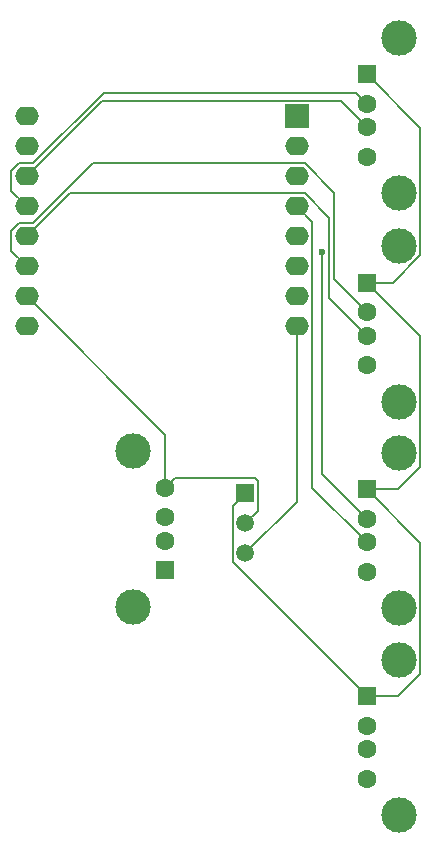
<source format=gbr>
%TF.GenerationSoftware,KiCad,Pcbnew,8.0.6*%
%TF.CreationDate,2024-11-09T17:18:42+01:00*%
%TF.ProjectId,Bridge,42726964-6765-42e6-9b69-6361645f7063,rev?*%
%TF.SameCoordinates,Original*%
%TF.FileFunction,Copper,L2,Bot*%
%TF.FilePolarity,Positive*%
%FSLAX46Y46*%
G04 Gerber Fmt 4.6, Leading zero omitted, Abs format (unit mm)*
G04 Created by KiCad (PCBNEW 8.0.6) date 2024-11-09 17:18:42*
%MOMM*%
%LPD*%
G01*
G04 APERTURE LIST*
%TA.AperFunction,ComponentPad*%
%ADD10R,1.500000X1.500000*%
%TD*%
%TA.AperFunction,ComponentPad*%
%ADD11C,1.500000*%
%TD*%
%TA.AperFunction,ComponentPad*%
%ADD12R,1.500000X1.600000*%
%TD*%
%TA.AperFunction,ComponentPad*%
%ADD13C,1.600000*%
%TD*%
%TA.AperFunction,ComponentPad*%
%ADD14C,3.000000*%
%TD*%
%TA.AperFunction,ComponentPad*%
%ADD15R,2.000000X2.000000*%
%TD*%
%TA.AperFunction,ComponentPad*%
%ADD16O,2.000000X1.600000*%
%TD*%
%TA.AperFunction,ViaPad*%
%ADD17C,0.600000*%
%TD*%
%TA.AperFunction,Conductor*%
%ADD18C,0.200000*%
%TD*%
G04 APERTURE END LIST*
D10*
%TO.P,U2,1,Vin*%
%TO.N,Net-(J1-VBUS)*%
X92000000Y-138420000D03*
D11*
%TO.P,U2,2,GND*%
%TO.N,Net-(J1-D-)*%
X92000000Y-140960000D03*
%TO.P,U2,3,Vout*%
%TO.N,Net-(U1-3V3)*%
X92000000Y-143500000D03*
%TD*%
D12*
%TO.P,J5,1,VBUS*%
%TO.N,Net-(J1-VBUS)*%
X102290000Y-155570000D03*
D13*
%TO.P,J5,2,D-*%
%TO.N,Net-(J5-D-)*%
X102290000Y-158070000D03*
%TO.P,J5,3,D+*%
%TO.N,Net-(J5-D+)*%
X102290000Y-160070000D03*
%TO.P,J5,4,GND*%
%TO.N,Net-(J1-D-)*%
X102290000Y-162570000D03*
D14*
%TO.P,J5,5,Shield*%
%TO.N,unconnected-(J5-Shield-Pad5)*%
X105000000Y-152500000D03*
X105000000Y-165640000D03*
%TD*%
D12*
%TO.P,J3,1,VBUS*%
%TO.N,Net-(J1-VBUS)*%
X102290000Y-120570000D03*
D13*
%TO.P,J3,2,D-*%
%TO.N,Net-(J3-D-)*%
X102290000Y-123070000D03*
%TO.P,J3,3,D+*%
%TO.N,Net-(J3-D+)*%
X102290000Y-125070000D03*
%TO.P,J3,4,GND*%
%TO.N,Net-(J1-D-)*%
X102290000Y-127570000D03*
D14*
%TO.P,J3,5,Shield*%
%TO.N,unconnected-(J3-Shield-Pad5)*%
X105000000Y-117500000D03*
X105000000Y-130640000D03*
%TD*%
D12*
%TO.P,J1,1,VBUS*%
%TO.N,Net-(J1-VBUS)*%
X85210000Y-144930000D03*
D13*
%TO.P,J1,2,D-*%
%TO.N,Net-(J1-D-)*%
X85210000Y-142430000D03*
%TO.P,J1,3,D+*%
%TO.N,Net-(J1-D+)*%
X85210000Y-140430000D03*
%TO.P,J1,4,GND*%
%TO.N,Net-(J1-D-)*%
X85210000Y-137930000D03*
D14*
%TO.P,J1,5,Shield*%
%TO.N,unconnected-(J1-Shield-Pad5)*%
X82500000Y-148000000D03*
X82500000Y-134860000D03*
%TD*%
D15*
%TO.P,U1,1,~{RST}*%
%TO.N,unconnected-(U1-~{RST}-Pad1)*%
X96360000Y-106500000D03*
D16*
%TO.P,U1,2,A0*%
%TO.N,unconnected-(U1-A0-Pad2)*%
X96360000Y-109040000D03*
%TO.P,U1,3,D0*%
%TO.N,unconnected-(U1-D0-Pad3)*%
X96360000Y-111580000D03*
%TO.P,U1,4,SCK/D5*%
%TO.N,Net-(J4-D+)*%
X96360000Y-114120000D03*
%TO.P,U1,5,MISO/D6*%
%TO.N,Net-(J4-D-)*%
X96360000Y-116660000D03*
%TO.P,U1,6,MOSI/D7*%
%TO.N,Net-(J5-D+)*%
X96360000Y-119200000D03*
%TO.P,U1,7,CS/D8*%
%TO.N,Net-(J5-D-)*%
X96360000Y-121740000D03*
%TO.P,U1,8,3V3*%
%TO.N,Net-(U1-3V3)*%
X96360000Y-124280000D03*
%TO.P,U1,9,5V*%
%TO.N,unconnected-(U1-5V-Pad9)*%
X73500000Y-124280000D03*
%TO.P,U1,10,GND*%
%TO.N,Net-(J1-D-)*%
X73500000Y-121740000D03*
%TO.P,U1,11,D4*%
%TO.N,Net-(J3-D-)*%
X73500000Y-119200000D03*
%TO.P,U1,12,D3*%
%TO.N,Net-(J3-D+)*%
X73500000Y-116660000D03*
%TO.P,U1,13,SDA/D2*%
%TO.N,Net-(J2-D-)*%
X73500000Y-114120000D03*
%TO.P,U1,14,SCL/D1*%
%TO.N,Net-(J2-D+)*%
X73500000Y-111580000D03*
%TO.P,U1,15,RX*%
%TO.N,Net-(J1-D+)*%
X73500000Y-109040000D03*
%TO.P,U1,16,TX*%
%TO.N,Net-(J1-D-)*%
X73500000Y-106500000D03*
%TD*%
D12*
%TO.P,J4,1,VBUS*%
%TO.N,Net-(J1-VBUS)*%
X102290000Y-138070000D03*
D13*
%TO.P,J4,2,D-*%
%TO.N,Net-(J4-D-)*%
X102290000Y-140570000D03*
%TO.P,J4,3,D+*%
%TO.N,Net-(J4-D+)*%
X102290000Y-142570000D03*
%TO.P,J4,4,GND*%
%TO.N,Net-(J1-D-)*%
X102290000Y-145070000D03*
D14*
%TO.P,J4,5,Shield*%
%TO.N,unconnected-(J4-Shield-Pad5)*%
X105000000Y-135000000D03*
X105000000Y-148140000D03*
%TD*%
D12*
%TO.P,J2,1,VBUS*%
%TO.N,Net-(J1-VBUS)*%
X102290000Y-102930000D03*
D13*
%TO.P,J2,2,D-*%
%TO.N,Net-(J2-D-)*%
X102290000Y-105430000D03*
%TO.P,J2,3,D+*%
%TO.N,Net-(J2-D+)*%
X102290000Y-107430000D03*
%TO.P,J2,4,GND*%
%TO.N,Net-(J1-D-)*%
X102290000Y-109930000D03*
D14*
%TO.P,J2,5,Shield*%
%TO.N,unconnected-(J2-Shield-Pad5)*%
X105000000Y-99860000D03*
X105000000Y-113000000D03*
%TD*%
D17*
%TO.N,Net-(J4-D-)*%
X98500000Y-118000000D03*
%TD*%
D18*
%TO.N,Net-(J2-D+)*%
X79880000Y-105200000D02*
X100060000Y-105200000D01*
X100060000Y-105200000D02*
X102290000Y-107430000D01*
X73500000Y-111580000D02*
X79880000Y-105200000D01*
%TO.N,Net-(J4-D+)*%
X97660000Y-115420000D02*
X96360000Y-114120000D01*
X102290000Y-142570000D02*
X97660000Y-137940000D01*
X97660000Y-137940000D02*
X97660000Y-115420000D01*
%TO.N,Net-(J5-D+)*%
X96700000Y-119200000D02*
X96360000Y-119200000D01*
%TO.N,Net-(J3-D-)*%
X99500000Y-120280000D02*
X99500000Y-112964365D01*
X97015635Y-110480000D02*
X79080000Y-110480000D01*
X72200000Y-116204365D02*
X72200000Y-117900000D01*
X72844365Y-115560000D02*
X72200000Y-116204365D01*
X72200000Y-117900000D02*
X73500000Y-119200000D01*
X79080000Y-110480000D02*
X74000000Y-115560000D01*
X102290000Y-123070000D02*
X99500000Y-120280000D01*
X74000000Y-115560000D02*
X72844365Y-115560000D01*
X99500000Y-112964365D02*
X97015635Y-110480000D01*
%TO.N,Net-(J3-D+)*%
X99100000Y-115104365D02*
X97015635Y-113020000D01*
X77140000Y-113020000D02*
X73500000Y-116660000D01*
X97015635Y-113020000D02*
X77140000Y-113020000D01*
X99100000Y-121880000D02*
X99100000Y-115104365D01*
X102290000Y-125070000D02*
X99100000Y-121880000D01*
%TO.N,Net-(J2-D-)*%
X74034314Y-110480000D02*
X80014314Y-104500000D01*
X72200000Y-111124365D02*
X72844365Y-110480000D01*
X72844365Y-110480000D02*
X74034314Y-110480000D01*
X72200000Y-112820000D02*
X72200000Y-111124365D01*
X73500000Y-114120000D02*
X72200000Y-112820000D01*
X80014314Y-104500000D02*
X101360000Y-104500000D01*
X101360000Y-104500000D02*
X102290000Y-105430000D01*
%TO.N,Net-(U1-3V3)*%
X96360000Y-139140000D02*
X96360000Y-124280000D01*
X92000000Y-143500000D02*
X96360000Y-139140000D01*
%TO.N,Net-(J4-D-)*%
X102290000Y-140570000D02*
X98500000Y-136780000D01*
X98500000Y-136780000D02*
X98500000Y-118000000D01*
%TO.N,Net-(J1-D-)*%
X93050000Y-139910000D02*
X92000000Y-140960000D01*
X92810001Y-137130001D02*
X93050000Y-137370000D01*
X73500000Y-121740000D02*
X85210000Y-133450000D01*
X93050000Y-137370000D02*
X93050000Y-139910000D01*
X85210000Y-137930000D02*
X86009999Y-137130001D01*
X85210000Y-133450000D02*
X85210000Y-137930000D01*
X86009999Y-137130001D02*
X92810001Y-137130001D01*
%TO.N,Net-(J1-VBUS)*%
X90950000Y-144230000D02*
X102290000Y-155570000D01*
X102290000Y-138070000D02*
X106800000Y-142580000D01*
X102290000Y-120570000D02*
X106800000Y-125080000D01*
X106800000Y-107440000D02*
X106800000Y-118245585D01*
X104475585Y-120570000D02*
X102290000Y-120570000D01*
X106800000Y-136200000D02*
X104930000Y-138070000D01*
X102290000Y-102930000D02*
X106800000Y-107440000D01*
X104930000Y-138070000D02*
X102290000Y-138070000D01*
X106800000Y-118245585D02*
X104475585Y-120570000D01*
X92000000Y-138420000D02*
X90950000Y-139470000D01*
X104930000Y-155570000D02*
X102290000Y-155570000D01*
X90950000Y-139470000D02*
X90950000Y-144230000D01*
X106800000Y-153700000D02*
X104930000Y-155570000D01*
X106800000Y-125080000D02*
X106800000Y-136200000D01*
X106800000Y-142580000D02*
X106800000Y-153700000D01*
%TO.N,unconnected-(J5-Shield-Pad5)*%
X105100000Y-152865585D02*
X104500000Y-152265585D01*
%TD*%
M02*

</source>
